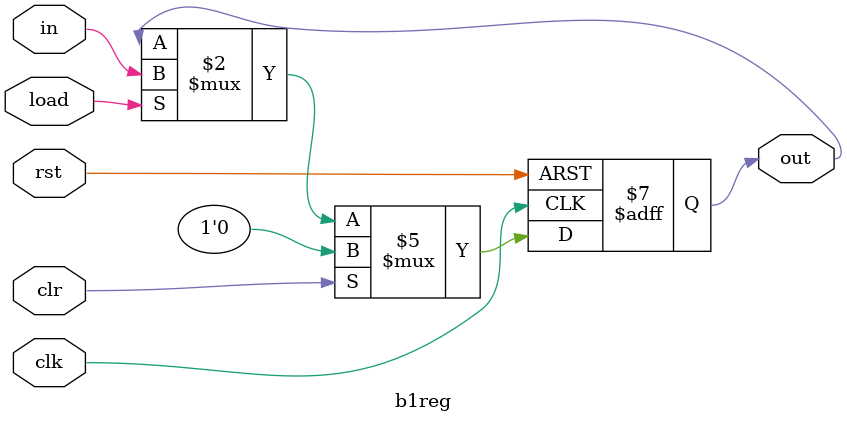
<source format=sv>
`timescale 1ns/1ns

module b1reg (input in, clr, load, clk, rst, output reg out);
  always@(posedge clk, posedge rst)begin
    if(rst)
      out = 1'b0;
    else
      if(clr)
        out = 1'b0;
      else
        if(load)
          out <= in;
  end
endmodule


</source>
